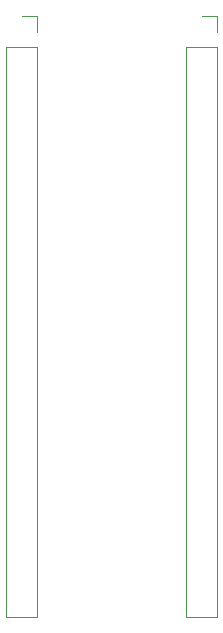
<source format=gbo>
G04 #@! TF.GenerationSoftware,KiCad,Pcbnew,(6.0.10-0)*
G04 #@! TF.CreationDate,2023-01-05T22:10:35+09:00*
G04 #@! TF.ProjectId,MEZZ180,4d455a5a-3138-4302-9e6b-696361645f70,A*
G04 #@! TF.SameCoordinates,PX5f5e100PY8f0d180*
G04 #@! TF.FileFunction,Legend,Bot*
G04 #@! TF.FilePolarity,Positive*
%FSLAX46Y46*%
G04 Gerber Fmt 4.6, Leading zero omitted, Abs format (unit mm)*
G04 Created by KiCad (PCBNEW (6.0.10-0)) date 2023-01-05 22:10:35*
%MOMM*%
%LPD*%
G01*
G04 APERTURE LIST*
%ADD10C,0.120000*%
G04 APERTURE END LIST*
D10*
X27365000Y53400000D02*
X26035000Y53400000D01*
X24705000Y50800000D02*
X24705000Y2480000D01*
X27365000Y2480000D02*
X24705000Y2480000D01*
X27365000Y50800000D02*
X24705000Y50800000D01*
X27365000Y50800000D02*
X27365000Y2480000D01*
X27365000Y52070000D02*
X27365000Y53400000D01*
X12125000Y52070000D02*
X12125000Y53400000D01*
X12125000Y53400000D02*
X10795000Y53400000D01*
X12125000Y50800000D02*
X9465000Y50800000D01*
X9465000Y50800000D02*
X9465000Y2480000D01*
X12125000Y50800000D02*
X12125000Y2480000D01*
X12125000Y2480000D02*
X9465000Y2480000D01*
M02*

</source>
